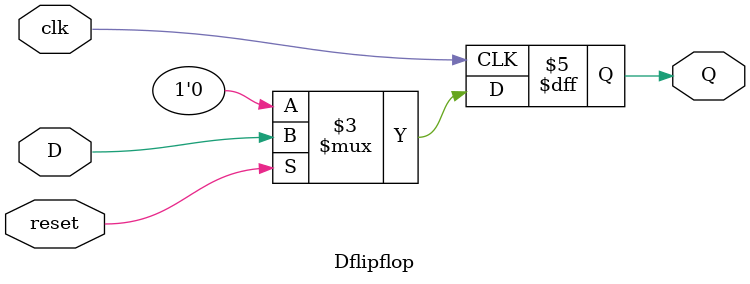
<source format=v>
module Dflipflop (Q, clk, reset, D);
	output reg Q;
	input D, clk, reset;
		
	always@(negedge clk)
	if(reset)
	Q <= D;
	else 
	Q <= 1'b0;
endmodule 
</source>
